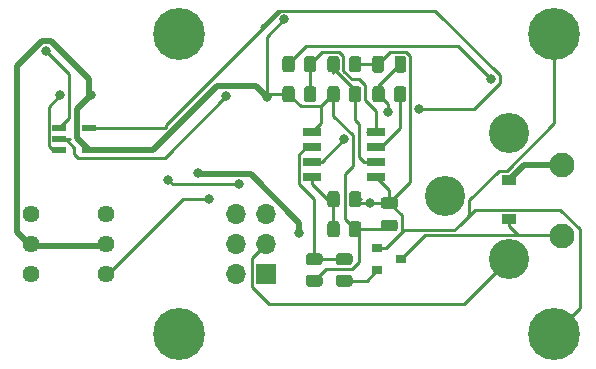
<source format=gbl>
G04 #@! TF.GenerationSoftware,KiCad,Pcbnew,(5.1.12)-1*
G04 #@! TF.CreationDate,2022-06-04T11:26:48+02:00*
G04 #@! TF.ProjectId,BSPD,42535044-2e6b-4696-9361-645f70636258,rev?*
G04 #@! TF.SameCoordinates,Original*
G04 #@! TF.FileFunction,Copper,L2,Bot*
G04 #@! TF.FilePolarity,Positive*
%FSLAX46Y46*%
G04 Gerber Fmt 4.6, Leading zero omitted, Abs format (unit mm)*
G04 Created by KiCad (PCBNEW (5.1.12)-1) date 2022-06-04 11:26:48*
%MOMM*%
%LPD*%
G01*
G04 APERTURE LIST*
G04 #@! TA.AperFunction,SMDPad,CuDef*
%ADD10R,1.200000X0.600000*%
G04 #@! TD*
G04 #@! TA.AperFunction,SMDPad,CuDef*
%ADD11R,1.528000X0.650000*%
G04 #@! TD*
G04 #@! TA.AperFunction,ComponentPad*
%ADD12R,1.700000X1.700000*%
G04 #@! TD*
G04 #@! TA.AperFunction,ComponentPad*
%ADD13O,1.700000X1.700000*%
G04 #@! TD*
G04 #@! TA.AperFunction,ComponentPad*
%ADD14C,2.100000*%
G04 #@! TD*
G04 #@! TA.AperFunction,ComponentPad*
%ADD15C,3.400000*%
G04 #@! TD*
G04 #@! TA.AperFunction,SMDPad,CuDef*
%ADD16R,0.900000X0.800000*%
G04 #@! TD*
G04 #@! TA.AperFunction,ComponentPad*
%ADD17C,1.440000*%
G04 #@! TD*
G04 #@! TA.AperFunction,SMDPad,CuDef*
%ADD18R,1.200000X0.900000*%
G04 #@! TD*
G04 #@! TA.AperFunction,ComponentPad*
%ADD19C,4.400000*%
G04 #@! TD*
G04 #@! TA.AperFunction,ComponentPad*
%ADD20C,0.700000*%
G04 #@! TD*
G04 #@! TA.AperFunction,ViaPad*
%ADD21C,0.800000*%
G04 #@! TD*
G04 #@! TA.AperFunction,Conductor*
%ADD22C,0.250000*%
G04 #@! TD*
G04 #@! TA.AperFunction,Conductor*
%ADD23C,0.500000*%
G04 #@! TD*
G04 APERTURE END LIST*
G04 #@! TA.AperFunction,SMDPad,CuDef*
G36*
G01*
X130990000Y-78265000D02*
X130990000Y-79215000D01*
G75*
G02*
X130740000Y-79465000I-250000J0D01*
G01*
X130240000Y-79465000D01*
G75*
G02*
X129990000Y-79215000I0J250000D01*
G01*
X129990000Y-78265000D01*
G75*
G02*
X130240000Y-78015000I250000J0D01*
G01*
X130740000Y-78015000D01*
G75*
G02*
X130990000Y-78265000I0J-250000D01*
G01*
G37*
G04 #@! TD.AperFunction*
G04 #@! TA.AperFunction,SMDPad,CuDef*
G36*
G01*
X129090000Y-78265000D02*
X129090000Y-79215000D01*
G75*
G02*
X128840000Y-79465000I-250000J0D01*
G01*
X128340000Y-79465000D01*
G75*
G02*
X128090000Y-79215000I0J250000D01*
G01*
X128090000Y-78265000D01*
G75*
G02*
X128340000Y-78015000I250000J0D01*
G01*
X128840000Y-78015000D01*
G75*
G02*
X129090000Y-78265000I0J-250000D01*
G01*
G37*
G04 #@! TD.AperFunction*
G04 #@! TA.AperFunction,SMDPad,CuDef*
G36*
G01*
X130015000Y-92890000D02*
X129065000Y-92890000D01*
G75*
G02*
X128815000Y-92640000I0J250000D01*
G01*
X128815000Y-92140000D01*
G75*
G02*
X129065000Y-91890000I250000J0D01*
G01*
X130015000Y-91890000D01*
G75*
G02*
X130265000Y-92140000I0J-250000D01*
G01*
X130265000Y-92640000D01*
G75*
G02*
X130015000Y-92890000I-250000J0D01*
G01*
G37*
G04 #@! TD.AperFunction*
G04 #@! TA.AperFunction,SMDPad,CuDef*
G36*
G01*
X130015000Y-90990000D02*
X129065000Y-90990000D01*
G75*
G02*
X128815000Y-90740000I0J250000D01*
G01*
X128815000Y-90240000D01*
G75*
G02*
X129065000Y-89990000I250000J0D01*
G01*
X130015000Y-89990000D01*
G75*
G02*
X130265000Y-90240000I0J-250000D01*
G01*
X130265000Y-90740000D01*
G75*
G02*
X130015000Y-90990000I-250000J0D01*
G01*
G37*
G04 #@! TD.AperFunction*
D10*
X101620000Y-86040000D03*
X101620000Y-85090000D03*
X101620000Y-84140000D03*
X104120000Y-84140000D03*
X104120000Y-86040000D03*
D11*
X123019000Y-84455000D03*
X123019000Y-85725000D03*
X123019000Y-86995000D03*
X123019000Y-88265000D03*
X128441000Y-88265000D03*
X128441000Y-86995000D03*
X128441000Y-85725000D03*
X128441000Y-84455000D03*
D12*
X119080000Y-96520000D03*
D13*
X116540000Y-96520000D03*
X119080000Y-93980000D03*
X116540000Y-93980000D03*
X119080000Y-91440000D03*
X116540000Y-91440000D03*
D14*
X144200000Y-87250000D03*
D15*
X139700000Y-84550000D03*
X134300000Y-89900000D03*
X139700000Y-95250000D03*
D14*
X144200000Y-93250000D03*
D16*
X130540000Y-95250000D03*
X128540000Y-94300000D03*
X128540000Y-96200000D03*
G04 #@! TA.AperFunction,SMDPad,CuDef*
G36*
G01*
X122320000Y-79190001D02*
X122320000Y-78289999D01*
G75*
G02*
X122569999Y-78040000I249999J0D01*
G01*
X123095001Y-78040000D01*
G75*
G02*
X123345000Y-78289999I0J-249999D01*
G01*
X123345000Y-79190001D01*
G75*
G02*
X123095001Y-79440000I-249999J0D01*
G01*
X122569999Y-79440000D01*
G75*
G02*
X122320000Y-79190001I0J249999D01*
G01*
G37*
G04 #@! TD.AperFunction*
G04 #@! TA.AperFunction,SMDPad,CuDef*
G36*
G01*
X120495000Y-79190001D02*
X120495000Y-78289999D01*
G75*
G02*
X120744999Y-78040000I249999J0D01*
G01*
X121270001Y-78040000D01*
G75*
G02*
X121520000Y-78289999I0J-249999D01*
G01*
X121520000Y-79190001D01*
G75*
G02*
X121270001Y-79440000I-249999J0D01*
G01*
X120744999Y-79440000D01*
G75*
G02*
X120495000Y-79190001I0J249999D01*
G01*
G37*
G04 #@! TD.AperFunction*
G04 #@! TA.AperFunction,SMDPad,CuDef*
G36*
G01*
X129940000Y-81730001D02*
X129940000Y-80829999D01*
G75*
G02*
X130189999Y-80580000I249999J0D01*
G01*
X130715001Y-80580000D01*
G75*
G02*
X130965000Y-80829999I0J-249999D01*
G01*
X130965000Y-81730001D01*
G75*
G02*
X130715001Y-81980000I-249999J0D01*
G01*
X130189999Y-81980000D01*
G75*
G02*
X129940000Y-81730001I0J249999D01*
G01*
G37*
G04 #@! TD.AperFunction*
G04 #@! TA.AperFunction,SMDPad,CuDef*
G36*
G01*
X128115000Y-81730001D02*
X128115000Y-80829999D01*
G75*
G02*
X128364999Y-80580000I249999J0D01*
G01*
X128890001Y-80580000D01*
G75*
G02*
X129140000Y-80829999I0J-249999D01*
G01*
X129140000Y-81730001D01*
G75*
G02*
X128890001Y-81980000I-249999J0D01*
G01*
X128364999Y-81980000D01*
G75*
G02*
X128115000Y-81730001I0J249999D01*
G01*
G37*
G04 #@! TD.AperFunction*
G04 #@! TA.AperFunction,SMDPad,CuDef*
G36*
G01*
X124305000Y-81730001D02*
X124305000Y-80829999D01*
G75*
G02*
X124554999Y-80580000I249999J0D01*
G01*
X125080001Y-80580000D01*
G75*
G02*
X125330000Y-80829999I0J-249999D01*
G01*
X125330000Y-81730001D01*
G75*
G02*
X125080001Y-81980000I-249999J0D01*
G01*
X124554999Y-81980000D01*
G75*
G02*
X124305000Y-81730001I0J249999D01*
G01*
G37*
G04 #@! TD.AperFunction*
G04 #@! TA.AperFunction,SMDPad,CuDef*
G36*
G01*
X126130000Y-81730001D02*
X126130000Y-80829999D01*
G75*
G02*
X126379999Y-80580000I249999J0D01*
G01*
X126905001Y-80580000D01*
G75*
G02*
X127155000Y-80829999I0J-249999D01*
G01*
X127155000Y-81730001D01*
G75*
G02*
X126905001Y-81980000I-249999J0D01*
G01*
X126379999Y-81980000D01*
G75*
G02*
X126130000Y-81730001I0J249999D01*
G01*
G37*
G04 #@! TD.AperFunction*
G04 #@! TA.AperFunction,SMDPad,CuDef*
G36*
G01*
X126130000Y-79190001D02*
X126130000Y-78289999D01*
G75*
G02*
X126379999Y-78040000I249999J0D01*
G01*
X126905001Y-78040000D01*
G75*
G02*
X127155000Y-78289999I0J-249999D01*
G01*
X127155000Y-79190001D01*
G75*
G02*
X126905001Y-79440000I-249999J0D01*
G01*
X126379999Y-79440000D01*
G75*
G02*
X126130000Y-79190001I0J249999D01*
G01*
G37*
G04 #@! TD.AperFunction*
G04 #@! TA.AperFunction,SMDPad,CuDef*
G36*
G01*
X124305000Y-79190001D02*
X124305000Y-78289999D01*
G75*
G02*
X124554999Y-78040000I249999J0D01*
G01*
X125080001Y-78040000D01*
G75*
G02*
X125330000Y-78289999I0J-249999D01*
G01*
X125330000Y-79190001D01*
G75*
G02*
X125080001Y-79440000I-249999J0D01*
G01*
X124554999Y-79440000D01*
G75*
G02*
X124305000Y-79190001I0J249999D01*
G01*
G37*
G04 #@! TD.AperFunction*
G04 #@! TA.AperFunction,SMDPad,CuDef*
G36*
G01*
X122320000Y-81730001D02*
X122320000Y-80829999D01*
G75*
G02*
X122569999Y-80580000I249999J0D01*
G01*
X123095001Y-80580000D01*
G75*
G02*
X123345000Y-80829999I0J-249999D01*
G01*
X123345000Y-81730001D01*
G75*
G02*
X123095001Y-81980000I-249999J0D01*
G01*
X122569999Y-81980000D01*
G75*
G02*
X122320000Y-81730001I0J249999D01*
G01*
G37*
G04 #@! TD.AperFunction*
G04 #@! TA.AperFunction,SMDPad,CuDef*
G36*
G01*
X120495000Y-81730001D02*
X120495000Y-80829999D01*
G75*
G02*
X120744999Y-80580000I249999J0D01*
G01*
X121270001Y-80580000D01*
G75*
G02*
X121520000Y-80829999I0J-249999D01*
G01*
X121520000Y-81730001D01*
G75*
G02*
X121270001Y-81980000I-249999J0D01*
G01*
X120744999Y-81980000D01*
G75*
G02*
X120495000Y-81730001I0J249999D01*
G01*
G37*
G04 #@! TD.AperFunction*
G04 #@! TA.AperFunction,SMDPad,CuDef*
G36*
G01*
X123640001Y-97587500D02*
X122739999Y-97587500D01*
G75*
G02*
X122490000Y-97337501I0J249999D01*
G01*
X122490000Y-96812499D01*
G75*
G02*
X122739999Y-96562500I249999J0D01*
G01*
X123640001Y-96562500D01*
G75*
G02*
X123890000Y-96812499I0J-249999D01*
G01*
X123890000Y-97337501D01*
G75*
G02*
X123640001Y-97587500I-249999J0D01*
G01*
G37*
G04 #@! TD.AperFunction*
G04 #@! TA.AperFunction,SMDPad,CuDef*
G36*
G01*
X123640001Y-95762500D02*
X122739999Y-95762500D01*
G75*
G02*
X122490000Y-95512501I0J249999D01*
G01*
X122490000Y-94987499D01*
G75*
G02*
X122739999Y-94737500I249999J0D01*
G01*
X123640001Y-94737500D01*
G75*
G02*
X123890000Y-94987499I0J-249999D01*
G01*
X123890000Y-95512501D01*
G75*
G02*
X123640001Y-95762500I-249999J0D01*
G01*
G37*
G04 #@! TD.AperFunction*
G04 #@! TA.AperFunction,SMDPad,CuDef*
G36*
G01*
X127155000Y-92259999D02*
X127155000Y-93160001D01*
G75*
G02*
X126905001Y-93410000I-249999J0D01*
G01*
X126379999Y-93410000D01*
G75*
G02*
X126130000Y-93160001I0J249999D01*
G01*
X126130000Y-92259999D01*
G75*
G02*
X126379999Y-92010000I249999J0D01*
G01*
X126905001Y-92010000D01*
G75*
G02*
X127155000Y-92259999I0J-249999D01*
G01*
G37*
G04 #@! TD.AperFunction*
G04 #@! TA.AperFunction,SMDPad,CuDef*
G36*
G01*
X125330000Y-92259999D02*
X125330000Y-93160001D01*
G75*
G02*
X125080001Y-93410000I-249999J0D01*
G01*
X124554999Y-93410000D01*
G75*
G02*
X124305000Y-93160001I0J249999D01*
G01*
X124305000Y-92259999D01*
G75*
G02*
X124554999Y-92010000I249999J0D01*
G01*
X125080001Y-92010000D01*
G75*
G02*
X125330000Y-92259999I0J-249999D01*
G01*
G37*
G04 #@! TD.AperFunction*
G04 #@! TA.AperFunction,SMDPad,CuDef*
G36*
G01*
X126130000Y-90620001D02*
X126130000Y-89719999D01*
G75*
G02*
X126379999Y-89470000I249999J0D01*
G01*
X126905001Y-89470000D01*
G75*
G02*
X127155000Y-89719999I0J-249999D01*
G01*
X127155000Y-90620001D01*
G75*
G02*
X126905001Y-90870000I-249999J0D01*
G01*
X126379999Y-90870000D01*
G75*
G02*
X126130000Y-90620001I0J249999D01*
G01*
G37*
G04 #@! TD.AperFunction*
G04 #@! TA.AperFunction,SMDPad,CuDef*
G36*
G01*
X124305000Y-90620001D02*
X124305000Y-89719999D01*
G75*
G02*
X124554999Y-89470000I249999J0D01*
G01*
X125080001Y-89470000D01*
G75*
G02*
X125330000Y-89719999I0J-249999D01*
G01*
X125330000Y-90620001D01*
G75*
G02*
X125080001Y-90870000I-249999J0D01*
G01*
X124554999Y-90870000D01*
G75*
G02*
X124305000Y-90620001I0J249999D01*
G01*
G37*
G04 #@! TD.AperFunction*
G04 #@! TA.AperFunction,SMDPad,CuDef*
G36*
G01*
X125279999Y-94737500D02*
X126180001Y-94737500D01*
G75*
G02*
X126430000Y-94987499I0J-249999D01*
G01*
X126430000Y-95512501D01*
G75*
G02*
X126180001Y-95762500I-249999J0D01*
G01*
X125279999Y-95762500D01*
G75*
G02*
X125030000Y-95512501I0J249999D01*
G01*
X125030000Y-94987499D01*
G75*
G02*
X125279999Y-94737500I249999J0D01*
G01*
G37*
G04 #@! TD.AperFunction*
G04 #@! TA.AperFunction,SMDPad,CuDef*
G36*
G01*
X125279999Y-96562500D02*
X126180001Y-96562500D01*
G75*
G02*
X126430000Y-96812499I0J-249999D01*
G01*
X126430000Y-97337501D01*
G75*
G02*
X126180001Y-97587500I-249999J0D01*
G01*
X125279999Y-97587500D01*
G75*
G02*
X125030000Y-97337501I0J249999D01*
G01*
X125030000Y-96812499D01*
G75*
G02*
X125279999Y-96562500I249999J0D01*
G01*
G37*
G04 #@! TD.AperFunction*
D17*
X99205001Y-96530001D03*
X99205001Y-93990001D03*
X99205001Y-91450001D03*
X105575001Y-91450001D03*
X105575001Y-93990001D03*
X105575001Y-96530001D03*
D18*
X139700000Y-88520000D03*
X139700000Y-91820000D03*
D19*
X111760000Y-76200000D03*
D20*
X113410000Y-76200000D03*
X112926726Y-77366726D03*
X111760000Y-77850000D03*
X110593274Y-77366726D03*
X110110000Y-76200000D03*
X110593274Y-75033274D03*
X111760000Y-74550000D03*
X112926726Y-75033274D03*
X144676726Y-75033274D03*
X143510000Y-74550000D03*
X142343274Y-75033274D03*
X141860000Y-76200000D03*
X142343274Y-77366726D03*
X143510000Y-77850000D03*
X144676726Y-77366726D03*
X145160000Y-76200000D03*
D19*
X143510000Y-76200000D03*
X143510000Y-101600000D03*
D20*
X145160000Y-101600000D03*
X144676726Y-102766726D03*
X143510000Y-103250000D03*
X142343274Y-102766726D03*
X141860000Y-101600000D03*
X142343274Y-100433274D03*
X143510000Y-99950000D03*
X144676726Y-100433274D03*
X112926726Y-100433274D03*
X111760000Y-99950000D03*
X110593274Y-100433274D03*
X110110000Y-101600000D03*
X110593274Y-102766726D03*
X111760000Y-103250000D03*
X112926726Y-102766726D03*
X113410000Y-101600000D03*
D19*
X111760000Y-101600000D03*
D21*
X121920000Y-93010000D03*
X127950000Y-90490000D03*
X113358405Y-87958405D03*
X100508750Y-77648750D03*
X120650000Y-74930000D03*
X119148000Y-81512000D03*
X104311000Y-81309000D03*
X129440000Y-82820000D03*
X132080000Y-82550000D03*
X125730000Y-85090000D03*
X116840000Y-88900000D03*
X110847500Y-88542500D03*
X101704000Y-81384000D03*
X115748750Y-81458750D03*
X114300000Y-90170000D03*
X138160000Y-80010000D03*
D22*
X126642500Y-78740000D02*
X128590000Y-78740000D01*
X126642500Y-90170000D02*
X127155000Y-90170000D01*
X129540000Y-89364000D02*
X128441000Y-88265000D01*
X129540000Y-90490000D02*
X129540000Y-89364000D01*
X129640010Y-77689990D02*
X128590000Y-78740000D01*
X130978180Y-77689990D02*
X129640010Y-77689990D01*
X131315010Y-78026820D02*
X130978180Y-77689990D01*
X131315010Y-88714990D02*
X131315010Y-78026820D01*
X129540000Y-90490000D02*
X131315010Y-88714990D01*
X129540000Y-90851810D02*
X129540000Y-90490000D01*
X130590010Y-92949990D02*
X129240000Y-94300000D01*
X129240000Y-94300000D02*
X128540000Y-94300000D01*
X130590010Y-91540010D02*
X130590010Y-92949990D01*
X129540000Y-90490000D02*
X130590010Y-91540010D01*
X126962500Y-90490000D02*
X126642500Y-90170000D01*
X127950000Y-90490000D02*
X126962500Y-90490000D01*
X127950000Y-90490000D02*
X129540000Y-90490000D01*
D23*
X113449999Y-88049999D02*
X113358405Y-87958405D01*
X117825684Y-88049999D02*
X113449999Y-88049999D01*
X121920000Y-92144315D02*
X117825684Y-88049999D01*
X121920000Y-92710000D02*
X121920000Y-92144315D01*
D22*
X102429001Y-83330999D02*
X101620000Y-84140000D01*
X102429001Y-79569001D02*
X102429001Y-83330999D01*
X100508750Y-77648750D02*
X102429001Y-79569001D01*
X130765011Y-92774989D02*
X130590010Y-92949990D01*
X135035009Y-92774989D02*
X130765011Y-92774989D01*
X144030001Y-91044999D02*
X136764999Y-91044999D01*
X145709999Y-92724997D02*
X144030001Y-91044999D01*
X145709999Y-99400001D02*
X145709999Y-92724997D01*
X143510000Y-101600000D02*
X145709999Y-99400001D01*
X136325001Y-91484997D02*
X135494999Y-92314999D01*
X136325001Y-90259997D02*
X136325001Y-91484997D01*
X138839999Y-87744999D02*
X136325001Y-90259997D01*
X139502003Y-87744999D02*
X138839999Y-87744999D01*
X143510000Y-83737002D02*
X139502003Y-87744999D01*
X143510000Y-76200000D02*
X143510000Y-83737002D01*
X135494999Y-92314999D02*
X135035009Y-92774989D01*
X136764999Y-91044999D02*
X135494999Y-92314999D01*
X119148000Y-76432000D02*
X120650000Y-74930000D01*
X119148000Y-81512000D02*
X119148000Y-76432000D01*
X123792490Y-82305010D02*
X124817500Y-81280000D01*
X122032510Y-82305010D02*
X123792490Y-82305010D01*
X121007500Y-81280000D02*
X122032510Y-82305010D01*
X123792490Y-83681510D02*
X123019000Y-84455000D01*
X123792490Y-82305010D02*
X123792490Y-83681510D01*
X122614998Y-84455000D02*
X123019000Y-84455000D01*
X126642500Y-92710000D02*
X127000000Y-92352500D01*
X129502500Y-92352500D02*
X129540000Y-92390000D01*
X123423002Y-84455000D02*
X123019000Y-84455000D01*
X129220000Y-92710000D02*
X129540000Y-92390000D01*
X126642500Y-92710000D02*
X129220000Y-92710000D01*
X126418180Y-96087510D02*
X127000000Y-95505690D01*
X124177490Y-96087510D02*
X126418180Y-96087510D01*
X123190000Y-97075000D02*
X124177490Y-96087510D01*
X127000000Y-93067500D02*
X126642500Y-92710000D01*
X127000000Y-95505690D02*
X127000000Y-93067500D01*
X119380000Y-81280000D02*
X119148000Y-81512000D01*
X121007500Y-81280000D02*
X119380000Y-81280000D01*
X124817500Y-83104498D02*
X124817500Y-81280000D01*
X126455001Y-84741999D02*
X124817500Y-83104498D01*
X126455001Y-87349009D02*
X126455001Y-84741999D01*
X125804990Y-87999020D02*
X126455001Y-87349009D01*
X125804990Y-91872490D02*
X125804990Y-87999020D01*
X126642500Y-92710000D02*
X125804990Y-91872490D01*
D23*
X98035000Y-92970000D02*
X98035000Y-78864498D01*
X99205001Y-94140001D02*
X98035000Y-92970000D01*
X105575001Y-94140001D02*
X99205001Y-94140001D01*
X100916751Y-76798749D02*
X104140000Y-80021998D01*
X100100749Y-76798749D02*
X100916751Y-76798749D01*
X98035000Y-78864498D02*
X100100749Y-76798749D01*
X104140000Y-81138000D02*
X104311000Y-81309000D01*
X104140000Y-80021998D02*
X104140000Y-81138000D01*
X103069999Y-84989999D02*
X104120000Y-86040000D01*
X103069999Y-82550001D02*
X103069999Y-84989999D01*
X104311000Y-81309000D02*
X103069999Y-82550001D01*
X104120000Y-86040000D02*
X109540000Y-86040000D01*
X118244749Y-80608749D02*
X119148000Y-81512000D01*
X114971251Y-80608749D02*
X118244749Y-80608749D01*
X109540000Y-86040000D02*
X114971251Y-80608749D01*
X140970000Y-87250000D02*
X139700000Y-88520000D01*
X144200000Y-87250000D02*
X140970000Y-87250000D01*
D22*
X128627500Y-80602500D02*
X128627500Y-81280000D01*
X130490000Y-78740000D02*
X128627500Y-80602500D01*
X129440000Y-82092500D02*
X128627500Y-81280000D01*
X129440000Y-82820000D02*
X129440000Y-82092500D01*
X138885001Y-80358001D02*
X138885001Y-79661999D01*
X136693002Y-82550000D02*
X138885001Y-80358001D01*
X132080000Y-82550000D02*
X136693002Y-82550000D01*
X138885001Y-79661999D02*
X133428001Y-74204999D01*
X118697990Y-75612010D02*
X120105001Y-74204999D01*
X104120000Y-84140000D02*
X110626814Y-84140000D01*
X120301999Y-74204999D02*
X130265001Y-74204999D01*
X110626814Y-83880184D02*
X120301999Y-74204999D01*
X130265001Y-74204999D02*
X120105001Y-74204999D01*
X110626814Y-84140000D02*
X110626814Y-83880184D01*
X133428001Y-74204999D02*
X130265001Y-74204999D01*
X123825000Y-86995000D02*
X123019000Y-86995000D01*
X125730000Y-85090000D02*
X123825000Y-86995000D01*
X111205000Y-88900000D02*
X110847500Y-88542500D01*
X116840000Y-88900000D02*
X111205000Y-88900000D01*
X101084998Y-86040000D02*
X101620000Y-86040000D01*
X100694999Y-85650001D02*
X101084998Y-86040000D01*
X100694999Y-82393001D02*
X100694999Y-85650001D01*
X101704000Y-81384000D02*
X100694999Y-82393001D01*
X101620000Y-85090000D02*
X102470000Y-85090000D01*
X110542499Y-86665001D02*
X115748750Y-81458750D01*
X103175001Y-86665001D02*
X110542499Y-86665001D01*
X102870000Y-86360000D02*
X103175001Y-86665001D01*
X102870000Y-85804998D02*
X102870000Y-86360000D01*
X102155002Y-85090000D02*
X102870000Y-85804998D01*
X101620000Y-85090000D02*
X102155002Y-85090000D01*
X105575001Y-96680001D02*
X112085002Y-90170000D01*
X112085002Y-90170000D02*
X114300000Y-90170000D01*
X123423002Y-85725000D02*
X123019000Y-85725000D01*
X123190000Y-95250000D02*
X125730000Y-95250000D01*
X122555000Y-85725000D02*
X121920000Y-86360000D01*
X123019000Y-85725000D02*
X122555000Y-85725000D01*
X123190000Y-90170000D02*
X121920000Y-88900000D01*
X123190000Y-95250000D02*
X123190000Y-90170000D01*
X121920000Y-86360000D02*
X121920000Y-88900000D01*
X124817500Y-92710000D02*
X124817500Y-90170000D01*
X123019000Y-88884000D02*
X123019000Y-88265000D01*
X124305000Y-90170000D02*
X123019000Y-88884000D01*
X124817500Y-90170000D02*
X124305000Y-90170000D01*
X124817500Y-78740000D02*
X124817500Y-79455000D01*
X124817500Y-79097500D02*
X124817500Y-78740000D01*
X126642500Y-80922500D02*
X124817500Y-79097500D01*
X126642500Y-81280000D02*
X126642500Y-80922500D01*
X126642500Y-81280000D02*
X126642500Y-83462500D01*
X126642500Y-83462500D02*
X127000000Y-83820000D01*
X127000000Y-86568000D02*
X127427000Y-86995000D01*
X127427000Y-86995000D02*
X128441000Y-86995000D01*
X127000000Y-83820000D02*
X127000000Y-86568000D01*
X128845002Y-85725000D02*
X130452500Y-84117502D01*
X130452500Y-84117502D02*
X130452500Y-81280000D01*
X128441000Y-85725000D02*
X128845002Y-85725000D01*
X122832500Y-81280000D02*
X122832500Y-78740000D01*
X127635000Y-84455000D02*
X128441000Y-84455000D01*
X123857510Y-77714990D02*
X122832500Y-78740000D01*
X125318180Y-77714990D02*
X123857510Y-77714990D01*
X125655010Y-78051820D02*
X125318180Y-77714990D01*
X125655010Y-79298600D02*
X125655010Y-78051820D01*
X126366410Y-80010000D02*
X125655010Y-79298600D01*
X127000000Y-80010000D02*
X126366410Y-80010000D01*
X127480010Y-81760010D02*
X127480010Y-80490010D01*
X127480010Y-80490010D02*
X127000000Y-80010000D01*
X128441000Y-82721000D02*
X127480010Y-81760010D01*
X128441000Y-84455000D02*
X128441000Y-82721000D01*
X119080000Y-93980000D02*
X117904999Y-95155001D01*
X117904999Y-97630001D02*
X119334998Y-99060000D01*
X117904999Y-95155001D02*
X117904999Y-97630001D01*
X135890000Y-99060000D02*
X139700000Y-95250000D01*
X119334998Y-99060000D02*
X135890000Y-99060000D01*
X135389981Y-77239981D02*
X138160000Y-80010000D01*
X122507519Y-77239981D02*
X135389981Y-77239981D01*
X121007500Y-78740000D02*
X122507519Y-77239981D01*
X127665000Y-97075000D02*
X128540000Y-96200000D01*
X125730000Y-97075000D02*
X127665000Y-97075000D01*
X144174999Y-93224999D02*
X144200000Y-93250000D01*
X130540000Y-95250000D02*
X132565001Y-93224999D01*
X139700000Y-92469998D02*
X140455001Y-93224999D01*
X139700000Y-91820000D02*
X139700000Y-92469998D01*
X140455001Y-93224999D02*
X144174999Y-93224999D01*
X132565001Y-93224999D02*
X140455001Y-93224999D01*
M02*

</source>
